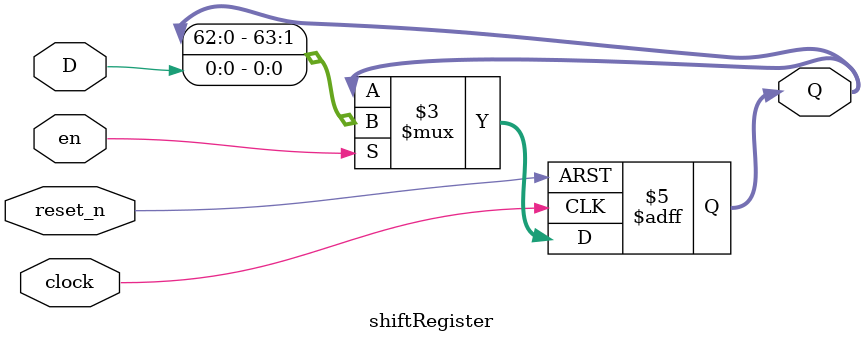
<source format=sv>
`default_nettype none

module SPImaster
  #(parameter DATALEN = 64)
  (input logic clock, reset_n,
  input logic send,
  input logic masterDataEn,
  input logic [DATALEN-1:0] masterData,
  input logic MISO,
  output logic MOSI, 
  output logic SS_n);


  logic [DATALEN-1:0] slaveReg, masterReg;
  logic slaveShift, en, doneSending;
  logic [6:0] n;

  shiftRegister sD(.D(MISO), .clock, .reset_n, .en(en), .Q(slaveReg));
  Register #(DATALEN) mD(.D(masterData), .clock, .reset_n, .en(masterDataEn), .Q(masterReg));
  
  Counter #(7) ct(.clock, .reset_n, .en(en), .Q(n));
  assign doneSending = (n == 7'd64);

  enum logic [1:0] {IDLE, SEND} curr, next;

  always_comb begin
    MOSI = 1'b0; SS_n = 1'b1; en = 1'b0;
    case (curr)
      IDLE : begin
        if (send) begin
          next = SEND;
          SS_n = 1'b0;
        end
        else next = IDLE;
      end
      SEND : begin
        SS_n = 1'b0; en = 1'b1;
        MOSI = masterReg[n]; //send LSB first
        next = (doneSending) ? IDLE : SEND;
      end
    endcase
  end


  always_ff @(posedge clock, negedge reset_n) begin
    if (~reset_n) curr <= IDLE;
    else curr <= next;
  end

endmodule: SPImaster


module shiftRegister
  (input logic clock, reset_n,
  input logic en, D,
  output logic [63:0] Q);

  always_ff @(posedge clock, negedge reset_n) begin
    if (~reset_n) Q <= 0;
    else if (en) Q <= {Q[62:0], D};
  end

endmodule: shiftRegister
</source>
